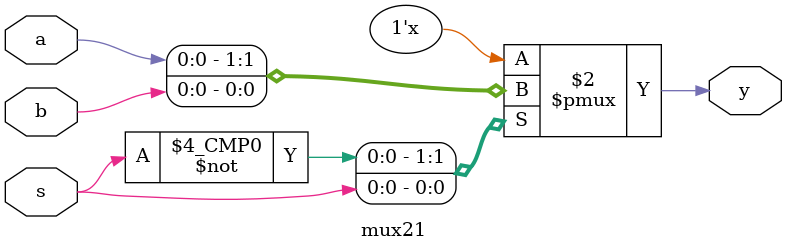
<source format=v>
module mux21(a,b,s,y);
input a,b,s;
output y;
reg y;
/* Begin */
always @ (*)
begin
case(s)
1'b0:y = a;
1'b1:y = b;
endcase
end
/* End */
endmodule


</source>
